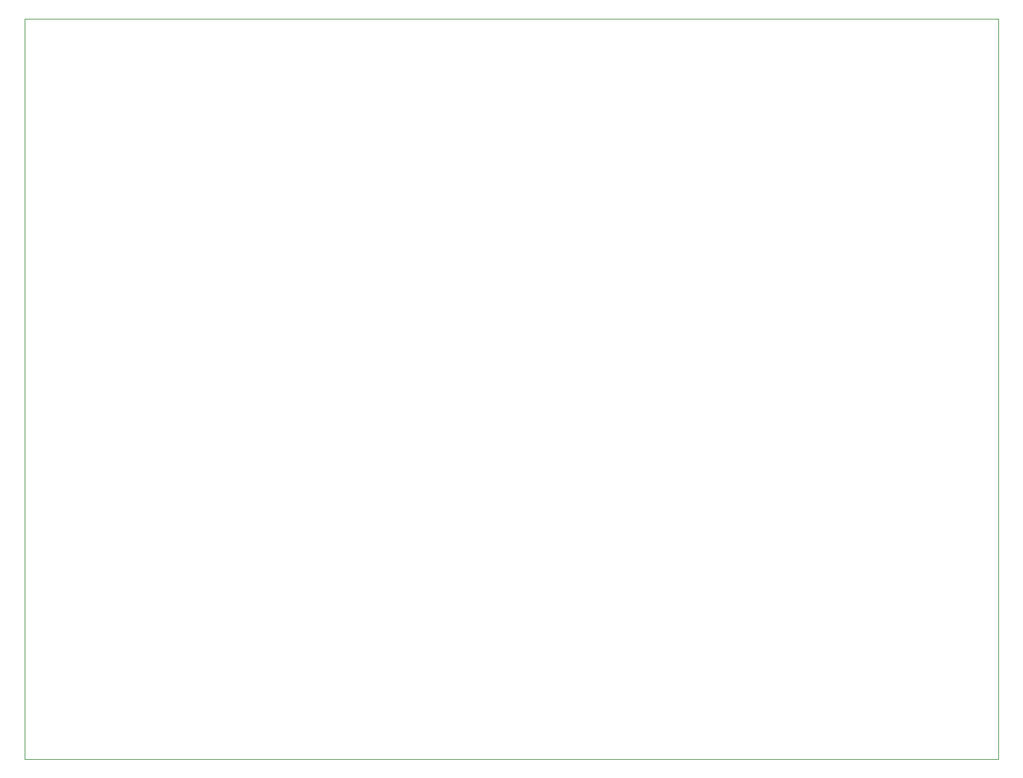
<source format=gbr>
G04 #@! TF.GenerationSoftware,KiCad,Pcbnew,(5.1.9-0-10_14)*
G04 #@! TF.CreationDate,2021-03-05T14:26:46+01:00*
G04 #@! TF.ProjectId,pre-amp-6SN7,7072652d-616d-4702-9d36-534e372e6b69,rev?*
G04 #@! TF.SameCoordinates,Original*
G04 #@! TF.FileFunction,Profile,NP*
%FSLAX46Y46*%
G04 Gerber Fmt 4.6, Leading zero omitted, Abs format (unit mm)*
G04 Created by KiCad (PCBNEW (5.1.9-0-10_14)) date 2021-03-05 14:26:46*
%MOMM*%
%LPD*%
G01*
G04 APERTURE LIST*
G04 #@! TA.AperFunction,Profile*
%ADD10C,0.050000*%
G04 #@! TD*
G04 #@! TA.AperFunction,Profile*
%ADD11C,0.100000*%
G04 #@! TD*
G04 APERTURE END LIST*
D10*
X39370000Y-162560000D02*
X39370000Y-66040000D01*
X166370000Y-162560000D02*
X39370000Y-162560000D01*
X166370000Y-66040000D02*
X166370000Y-162560000D01*
D11*
X39370000Y-66040000D02*
X166370000Y-66040000D01*
M02*

</source>
